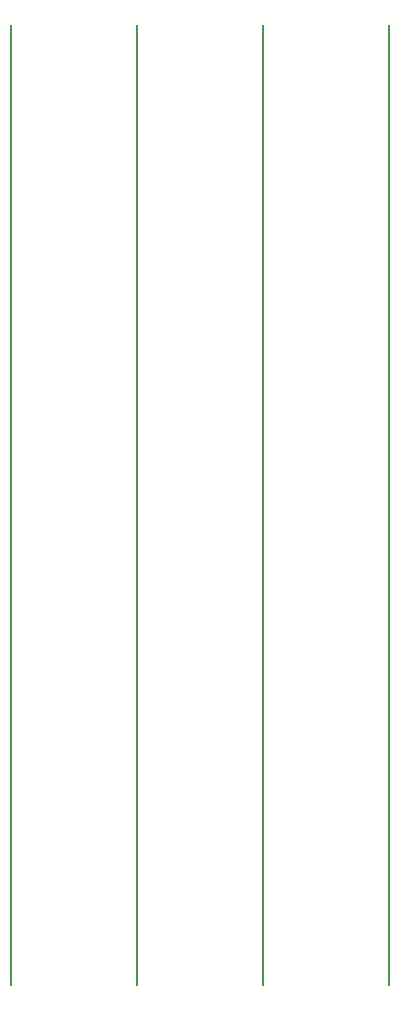
<source format=gbr>
G04 #@! TF.FileFunction,Other,ECO1*
%FSLAX46Y46*%
G04 Gerber Fmt 4.6, Leading zero omitted, Abs format (unit mm)*
G04 Created by KiCad (PCBNEW no-vcs-found-product) date Qui 14 Abr 2016 10:23:32 BRT*
%MOMM*%
G01*
G04 APERTURE LIST*
%ADD10C,0.100000*%
%ADD11C,0.200000*%
G04 APERTURE END LIST*
D10*
D11*
X82042000Y-115316000D02*
X82042000Y-34036000D01*
X71374000Y-115316000D02*
X71374000Y-34036000D01*
X60706000Y-115316000D02*
X60706000Y-34036000D01*
X50038000Y-115316000D02*
X50038000Y-34036000D01*
M02*

</source>
